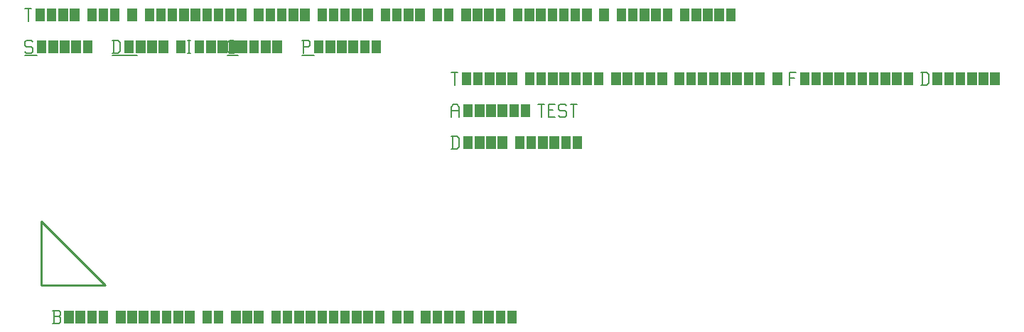
<source format=gbr>
G04 start of page 3 for group -1 layer_idx 268435461 *
G04 Title: outline layer triangle, <virtual group> *
G04 Creator: <version>
G04 CreationDate: <date>
G04 For: TEST *
G04 Format: Gerber/RS-274X *
G04 PCB-Dimensions: 50000 50000 *
G04 PCB-Coordinate-Origin: lower left *
%MOIN*%
%FSLAX25Y25*%
%LNLOGICAL_VIRTUAL_FAB_NONE*%
%ADD14C,0.0100*%
%ADD13C,0.0001*%
%ADD12C,0.0060*%
G54D12*X3000Y125000D02*X3750Y124250D01*
X750Y125000D02*X3000D01*
X0Y124250D02*X750Y125000D01*
X0Y124250D02*Y122750D01*
X750Y122000D01*
X3000D01*
X3750Y121250D01*
Y119750D01*
X3000Y119000D02*X3750Y119750D01*
X750Y119000D02*X3000D01*
X0Y119750D02*X750Y119000D01*
G54D13*G36*
X5550Y125000D02*X10050D01*
Y119000D01*
X5550D01*
Y125000D01*
G37*
G36*
X10950D02*X15450D01*
Y119000D01*
X10950D01*
Y125000D01*
G37*
G36*
X16350D02*X20850D01*
Y119000D01*
X16350D01*
Y125000D01*
G37*
G36*
X21750D02*X26250D01*
Y119000D01*
X21750D01*
Y125000D01*
G37*
G36*
X27150D02*X31650D01*
Y119000D01*
X27150D01*
Y125000D01*
G37*
G54D12*X0Y118000D02*X5550D01*
X41750Y125000D02*Y119000D01*
X43700Y125000D02*X44750Y123950D01*
Y120050D01*
X43700Y119000D02*X44750Y120050D01*
X41000Y119000D02*X43700D01*
X41000Y125000D02*X43700D01*
G54D13*G36*
X46550D02*X51050D01*
Y119000D01*
X46550D01*
Y125000D01*
G37*
G36*
X51950D02*X56450D01*
Y119000D01*
X51950D01*
Y125000D01*
G37*
G36*
X57350D02*X61850D01*
Y119000D01*
X57350D01*
Y125000D01*
G37*
G36*
X62750D02*X67250D01*
Y119000D01*
X62750D01*
Y125000D01*
G37*
G36*
X70850D02*X75350D01*
Y119000D01*
X70850D01*
Y125000D01*
G37*
G54D12*X76250D02*X77750D01*
X77000D02*Y119000D01*
X76250D02*X77750D01*
G54D13*G36*
X79550Y125000D02*X84050D01*
Y119000D01*
X79550D01*
Y125000D01*
G37*
G36*
X84950D02*X89450D01*
Y119000D01*
X84950D01*
Y125000D01*
G37*
G36*
X90350D02*X94850D01*
Y119000D01*
X90350D01*
Y125000D01*
G37*
G36*
X95750D02*X100250D01*
Y119000D01*
X95750D01*
Y125000D01*
G37*
G54D12*X41000Y118000D02*X52550D01*
X96050Y119000D02*X98000D01*
X95000Y120050D02*X96050Y119000D01*
X95000Y123950D02*Y120050D01*
Y123950D02*X96050Y125000D01*
X98000D01*
G54D13*G36*
X99800D02*X104300D01*
Y119000D01*
X99800D01*
Y125000D01*
G37*
G36*
X105200D02*X109700D01*
Y119000D01*
X105200D01*
Y125000D01*
G37*
G36*
X110600D02*X115100D01*
Y119000D01*
X110600D01*
Y125000D01*
G37*
G36*
X116000D02*X120500D01*
Y119000D01*
X116000D01*
Y125000D01*
G37*
G54D12*X95000Y118000D02*X99800D01*
X130750Y125000D02*Y119000D01*
X130000Y125000D02*X133000D01*
X133750Y124250D01*
Y122750D01*
X133000Y122000D02*X133750Y122750D01*
X130750Y122000D02*X133000D01*
G54D13*G36*
X135550Y125000D02*X140050D01*
Y119000D01*
X135550D01*
Y125000D01*
G37*
G36*
X140950D02*X145450D01*
Y119000D01*
X140950D01*
Y125000D01*
G37*
G36*
X146350D02*X150850D01*
Y119000D01*
X146350D01*
Y125000D01*
G37*
G36*
X151750D02*X156250D01*
Y119000D01*
X151750D01*
Y125000D01*
G37*
G36*
X157150D02*X161650D01*
Y119000D01*
X157150D01*
Y125000D01*
G37*
G36*
X162550D02*X167050D01*
Y119000D01*
X162550D01*
Y125000D01*
G37*
G54D12*X130000Y118000D02*X135550D01*
X0Y140000D02*X3000D01*
X1500D02*Y134000D01*
G54D13*G36*
X4800Y140000D02*X9300D01*
Y134000D01*
X4800D01*
Y140000D01*
G37*
G36*
X10200D02*X14700D01*
Y134000D01*
X10200D01*
Y140000D01*
G37*
G36*
X15600D02*X20100D01*
Y134000D01*
X15600D01*
Y140000D01*
G37*
G36*
X21000D02*X25500D01*
Y134000D01*
X21000D01*
Y140000D01*
G37*
G36*
X29100D02*X33600D01*
Y134000D01*
X29100D01*
Y140000D01*
G37*
G36*
X34500D02*X39000D01*
Y134000D01*
X34500D01*
Y140000D01*
G37*
G36*
X39900D02*X44400D01*
Y134000D01*
X39900D01*
Y140000D01*
G37*
G36*
X48000D02*X52500D01*
Y134000D01*
X48000D01*
Y140000D01*
G37*
G36*
X56100D02*X60600D01*
Y134000D01*
X56100D01*
Y140000D01*
G37*
G36*
X61500D02*X66000D01*
Y134000D01*
X61500D01*
Y140000D01*
G37*
G36*
X66900D02*X71400D01*
Y134000D01*
X66900D01*
Y140000D01*
G37*
G36*
X72300D02*X76800D01*
Y134000D01*
X72300D01*
Y140000D01*
G37*
G36*
X77700D02*X82200D01*
Y134000D01*
X77700D01*
Y140000D01*
G37*
G36*
X83100D02*X87600D01*
Y134000D01*
X83100D01*
Y140000D01*
G37*
G36*
X88500D02*X93000D01*
Y134000D01*
X88500D01*
Y140000D01*
G37*
G36*
X93900D02*X98400D01*
Y134000D01*
X93900D01*
Y140000D01*
G37*
G36*
X99300D02*X103800D01*
Y134000D01*
X99300D01*
Y140000D01*
G37*
G36*
X107400D02*X111900D01*
Y134000D01*
X107400D01*
Y140000D01*
G37*
G36*
X112800D02*X117300D01*
Y134000D01*
X112800D01*
Y140000D01*
G37*
G36*
X118200D02*X122700D01*
Y134000D01*
X118200D01*
Y140000D01*
G37*
G36*
X123600D02*X128100D01*
Y134000D01*
X123600D01*
Y140000D01*
G37*
G36*
X129000D02*X133500D01*
Y134000D01*
X129000D01*
Y140000D01*
G37*
G36*
X137100D02*X141600D01*
Y134000D01*
X137100D01*
Y140000D01*
G37*
G36*
X142500D02*X147000D01*
Y134000D01*
X142500D01*
Y140000D01*
G37*
G36*
X147900D02*X152400D01*
Y134000D01*
X147900D01*
Y140000D01*
G37*
G36*
X153300D02*X157800D01*
Y134000D01*
X153300D01*
Y140000D01*
G37*
G36*
X158700D02*X163200D01*
Y134000D01*
X158700D01*
Y140000D01*
G37*
G36*
X166800D02*X171300D01*
Y134000D01*
X166800D01*
Y140000D01*
G37*
G36*
X172200D02*X176700D01*
Y134000D01*
X172200D01*
Y140000D01*
G37*
G36*
X177600D02*X182100D01*
Y134000D01*
X177600D01*
Y140000D01*
G37*
G36*
X183000D02*X187500D01*
Y134000D01*
X183000D01*
Y140000D01*
G37*
G36*
X191100D02*X195600D01*
Y134000D01*
X191100D01*
Y140000D01*
G37*
G36*
X196500D02*X201000D01*
Y134000D01*
X196500D01*
Y140000D01*
G37*
G36*
X204600D02*X209100D01*
Y134000D01*
X204600D01*
Y140000D01*
G37*
G36*
X210000D02*X214500D01*
Y134000D01*
X210000D01*
Y140000D01*
G37*
G36*
X215400D02*X219900D01*
Y134000D01*
X215400D01*
Y140000D01*
G37*
G36*
X220800D02*X225300D01*
Y134000D01*
X220800D01*
Y140000D01*
G37*
G36*
X228900D02*X233400D01*
Y134000D01*
X228900D01*
Y140000D01*
G37*
G36*
X234300D02*X238800D01*
Y134000D01*
X234300D01*
Y140000D01*
G37*
G36*
X239700D02*X244200D01*
Y134000D01*
X239700D01*
Y140000D01*
G37*
G36*
X245100D02*X249600D01*
Y134000D01*
X245100D01*
Y140000D01*
G37*
G36*
X250500D02*X255000D01*
Y134000D01*
X250500D01*
Y140000D01*
G37*
G36*
X255900D02*X260400D01*
Y134000D01*
X255900D01*
Y140000D01*
G37*
G36*
X261300D02*X265800D01*
Y134000D01*
X261300D01*
Y140000D01*
G37*
G36*
X269400D02*X273900D01*
Y134000D01*
X269400D01*
Y140000D01*
G37*
G36*
X277500D02*X282000D01*
Y134000D01*
X277500D01*
Y140000D01*
G37*
G36*
X282900D02*X287400D01*
Y134000D01*
X282900D01*
Y140000D01*
G37*
G36*
X288300D02*X292800D01*
Y134000D01*
X288300D01*
Y140000D01*
G37*
G36*
X293700D02*X298200D01*
Y134000D01*
X293700D01*
Y140000D01*
G37*
G36*
X299100D02*X303600D01*
Y134000D01*
X299100D01*
Y140000D01*
G37*
G36*
X307200D02*X311700D01*
Y134000D01*
X307200D01*
Y140000D01*
G37*
G36*
X312600D02*X317100D01*
Y134000D01*
X312600D01*
Y140000D01*
G37*
G36*
X318000D02*X322500D01*
Y134000D01*
X318000D01*
Y140000D01*
G37*
G36*
X323400D02*X327900D01*
Y134000D01*
X323400D01*
Y140000D01*
G37*
G36*
X328800D02*X333300D01*
Y134000D01*
X328800D01*
Y140000D01*
G37*
G54D14*X7500Y40000D02*Y10000D01*
X37500D01*
X7500Y40000D01*
G54D12*X12775Y-8000D02*X15775D01*
X16525Y-7250D01*
Y-5450D02*Y-7250D01*
X15775Y-4700D02*X16525Y-5450D01*
X13525Y-4700D02*X15775D01*
X13525Y-2000D02*Y-8000D01*
X12775Y-2000D02*X15775D01*
X16525Y-2750D01*
Y-3950D01*
X15775Y-4700D02*X16525Y-3950D01*
G54D13*G36*
X18325Y-2000D02*X22825D01*
Y-8000D01*
X18325D01*
Y-2000D01*
G37*
G36*
X23725D02*X28225D01*
Y-8000D01*
X23725D01*
Y-2000D01*
G37*
G36*
X29125D02*X33625D01*
Y-8000D01*
X29125D01*
Y-2000D01*
G37*
G36*
X34525D02*X39025D01*
Y-8000D01*
X34525D01*
Y-2000D01*
G37*
G36*
X42625D02*X47125D01*
Y-8000D01*
X42625D01*
Y-2000D01*
G37*
G36*
X48025D02*X52525D01*
Y-8000D01*
X48025D01*
Y-2000D01*
G37*
G36*
X53425D02*X57925D01*
Y-8000D01*
X53425D01*
Y-2000D01*
G37*
G36*
X58825D02*X63325D01*
Y-8000D01*
X58825D01*
Y-2000D01*
G37*
G36*
X64225D02*X68725D01*
Y-8000D01*
X64225D01*
Y-2000D01*
G37*
G36*
X69625D02*X74125D01*
Y-8000D01*
X69625D01*
Y-2000D01*
G37*
G36*
X75025D02*X79525D01*
Y-8000D01*
X75025D01*
Y-2000D01*
G37*
G36*
X83125D02*X87625D01*
Y-8000D01*
X83125D01*
Y-2000D01*
G37*
G36*
X88525D02*X93025D01*
Y-8000D01*
X88525D01*
Y-2000D01*
G37*
G36*
X96625D02*X101125D01*
Y-8000D01*
X96625D01*
Y-2000D01*
G37*
G36*
X102025D02*X106525D01*
Y-8000D01*
X102025D01*
Y-2000D01*
G37*
G36*
X107425D02*X111925D01*
Y-8000D01*
X107425D01*
Y-2000D01*
G37*
G36*
X115525D02*X120025D01*
Y-8000D01*
X115525D01*
Y-2000D01*
G37*
G36*
X120925D02*X125425D01*
Y-8000D01*
X120925D01*
Y-2000D01*
G37*
G36*
X126325D02*X130825D01*
Y-8000D01*
X126325D01*
Y-2000D01*
G37*
G36*
X131725D02*X136225D01*
Y-8000D01*
X131725D01*
Y-2000D01*
G37*
G36*
X137125D02*X141625D01*
Y-8000D01*
X137125D01*
Y-2000D01*
G37*
G36*
X142525D02*X147025D01*
Y-8000D01*
X142525D01*
Y-2000D01*
G37*
G36*
X147925D02*X152425D01*
Y-8000D01*
X147925D01*
Y-2000D01*
G37*
G36*
X153325D02*X157825D01*
Y-8000D01*
X153325D01*
Y-2000D01*
G37*
G36*
X158725D02*X163225D01*
Y-8000D01*
X158725D01*
Y-2000D01*
G37*
G36*
X164125D02*X168625D01*
Y-8000D01*
X164125D01*
Y-2000D01*
G37*
G36*
X172225D02*X176725D01*
Y-8000D01*
X172225D01*
Y-2000D01*
G37*
G36*
X177625D02*X182125D01*
Y-8000D01*
X177625D01*
Y-2000D01*
G37*
G36*
X185725D02*X190225D01*
Y-8000D01*
X185725D01*
Y-2000D01*
G37*
G36*
X191125D02*X195625D01*
Y-8000D01*
X191125D01*
Y-2000D01*
G37*
G36*
X196525D02*X201025D01*
Y-8000D01*
X196525D01*
Y-2000D01*
G37*
G36*
X201925D02*X206425D01*
Y-8000D01*
X201925D01*
Y-2000D01*
G37*
G36*
X210025D02*X214525D01*
Y-8000D01*
X210025D01*
Y-2000D01*
G37*
G36*
X215425D02*X219925D01*
Y-8000D01*
X215425D01*
Y-2000D01*
G37*
G36*
X220825D02*X225325D01*
Y-8000D01*
X220825D01*
Y-2000D01*
G37*
G36*
X226225D02*X230725D01*
Y-8000D01*
X226225D01*
Y-2000D01*
G37*
G54D12*X200750Y80000D02*Y74000D01*
X202700Y80000D02*X203750Y78950D01*
Y75050D01*
X202700Y74000D02*X203750Y75050D01*
X200000Y74000D02*X202700D01*
X200000Y80000D02*X202700D01*
G54D13*G36*
X205550D02*X210050D01*
Y74000D01*
X205550D01*
Y80000D01*
G37*
G36*
X210950D02*X215450D01*
Y74000D01*
X210950D01*
Y80000D01*
G37*
G36*
X216350D02*X220850D01*
Y74000D01*
X216350D01*
Y80000D01*
G37*
G36*
X221750D02*X226250D01*
Y74000D01*
X221750D01*
Y80000D01*
G37*
G36*
X229850D02*X234350D01*
Y74000D01*
X229850D01*
Y80000D01*
G37*
G36*
X235250D02*X239750D01*
Y74000D01*
X235250D01*
Y80000D01*
G37*
G36*
X240650D02*X245150D01*
Y74000D01*
X240650D01*
Y80000D01*
G37*
G36*
X246050D02*X250550D01*
Y74000D01*
X246050D01*
Y80000D01*
G37*
G36*
X251450D02*X255950D01*
Y74000D01*
X251450D01*
Y80000D01*
G37*
G36*
X256850D02*X261350D01*
Y74000D01*
X256850D01*
Y80000D01*
G37*
G54D12*X200000Y93500D02*Y89000D01*
Y93500D02*X201050Y95000D01*
X202700D01*
X203750Y93500D01*
Y89000D01*
X200000Y92000D02*X203750D01*
G54D13*G36*
X205550Y95000D02*X210050D01*
Y89000D01*
X205550D01*
Y95000D01*
G37*
G36*
X210950D02*X215450D01*
Y89000D01*
X210950D01*
Y95000D01*
G37*
G36*
X216350D02*X220850D01*
Y89000D01*
X216350D01*
Y95000D01*
G37*
G36*
X221750D02*X226250D01*
Y89000D01*
X221750D01*
Y95000D01*
G37*
G36*
X227150D02*X231650D01*
Y89000D01*
X227150D01*
Y95000D01*
G37*
G36*
X232550D02*X237050D01*
Y89000D01*
X232550D01*
Y95000D01*
G37*
G54D12*X240650D02*X243650D01*
X242150D02*Y89000D01*
X245450Y92300D02*X247700D01*
X245450Y89000D02*X248450D01*
X245450Y95000D02*Y89000D01*
Y95000D02*X248450D01*
X253250D02*X254000Y94250D01*
X251000Y95000D02*X253250D01*
X250250Y94250D02*X251000Y95000D01*
X250250Y94250D02*Y92750D01*
X251000Y92000D01*
X253250D01*
X254000Y91250D01*
Y89750D01*
X253250Y89000D02*X254000Y89750D01*
X251000Y89000D02*X253250D01*
X250250Y89750D02*X251000Y89000D01*
X255800Y95000D02*X258800D01*
X257300D02*Y89000D01*
X200000Y110000D02*X203000D01*
X201500D02*Y104000D01*
G54D13*G36*
X204800Y110000D02*X209300D01*
Y104000D01*
X204800D01*
Y110000D01*
G37*
G36*
X210200D02*X214700D01*
Y104000D01*
X210200D01*
Y110000D01*
G37*
G36*
X215600D02*X220100D01*
Y104000D01*
X215600D01*
Y110000D01*
G37*
G36*
X221000D02*X225500D01*
Y104000D01*
X221000D01*
Y110000D01*
G37*
G36*
X226400D02*X230900D01*
Y104000D01*
X226400D01*
Y110000D01*
G37*
G36*
X234500D02*X239000D01*
Y104000D01*
X234500D01*
Y110000D01*
G37*
G36*
X239900D02*X244400D01*
Y104000D01*
X239900D01*
Y110000D01*
G37*
G36*
X245300D02*X249800D01*
Y104000D01*
X245300D01*
Y110000D01*
G37*
G36*
X250700D02*X255200D01*
Y104000D01*
X250700D01*
Y110000D01*
G37*
G36*
X256100D02*X260600D01*
Y104000D01*
X256100D01*
Y110000D01*
G37*
G36*
X261500D02*X266000D01*
Y104000D01*
X261500D01*
Y110000D01*
G37*
G36*
X266900D02*X271400D01*
Y104000D01*
X266900D01*
Y110000D01*
G37*
G36*
X275000D02*X279500D01*
Y104000D01*
X275000D01*
Y110000D01*
G37*
G36*
X280400D02*X284900D01*
Y104000D01*
X280400D01*
Y110000D01*
G37*
G36*
X285800D02*X290300D01*
Y104000D01*
X285800D01*
Y110000D01*
G37*
G36*
X291200D02*X295700D01*
Y104000D01*
X291200D01*
Y110000D01*
G37*
G36*
X296600D02*X301100D01*
Y104000D01*
X296600D01*
Y110000D01*
G37*
G36*
X304700D02*X309200D01*
Y104000D01*
X304700D01*
Y110000D01*
G37*
G36*
X310100D02*X314600D01*
Y104000D01*
X310100D01*
Y110000D01*
G37*
G36*
X315500D02*X320000D01*
Y104000D01*
X315500D01*
Y110000D01*
G37*
G36*
X320900D02*X325400D01*
Y104000D01*
X320900D01*
Y110000D01*
G37*
G36*
X326300D02*X330800D01*
Y104000D01*
X326300D01*
Y110000D01*
G37*
G36*
X331700D02*X336200D01*
Y104000D01*
X331700D01*
Y110000D01*
G37*
G36*
X337100D02*X341600D01*
Y104000D01*
X337100D01*
Y110000D01*
G37*
G36*
X342500D02*X347000D01*
Y104000D01*
X342500D01*
Y110000D01*
G37*
G36*
X350600D02*X355100D01*
Y104000D01*
X350600D01*
Y110000D01*
G37*
G54D12*X358700D02*Y104000D01*
Y110000D02*X361700D01*
X358700Y107300D02*X360950D01*
G54D13*G36*
X363500Y110000D02*X368000D01*
Y104000D01*
X363500D01*
Y110000D01*
G37*
G36*
X368900D02*X373400D01*
Y104000D01*
X368900D01*
Y110000D01*
G37*
G36*
X374300D02*X378800D01*
Y104000D01*
X374300D01*
Y110000D01*
G37*
G36*
X379700D02*X384200D01*
Y104000D01*
X379700D01*
Y110000D01*
G37*
G36*
X385100D02*X389600D01*
Y104000D01*
X385100D01*
Y110000D01*
G37*
G36*
X390500D02*X395000D01*
Y104000D01*
X390500D01*
Y110000D01*
G37*
G36*
X395900D02*X400400D01*
Y104000D01*
X395900D01*
Y110000D01*
G37*
G36*
X401300D02*X405800D01*
Y104000D01*
X401300D01*
Y110000D01*
G37*
G36*
X406700D02*X411200D01*
Y104000D01*
X406700D01*
Y110000D01*
G37*
G36*
X412100D02*X416600D01*
Y104000D01*
X412100D01*
Y110000D01*
G37*
G54D12*X420950D02*Y104000D01*
X422900Y110000D02*X423950Y108950D01*
Y105050D01*
X422900Y104000D02*X423950Y105050D01*
X420200Y104000D02*X422900D01*
X420200Y110000D02*X422900D01*
G54D13*G36*
X425750D02*X430250D01*
Y104000D01*
X425750D01*
Y110000D01*
G37*
G36*
X431150D02*X435650D01*
Y104000D01*
X431150D01*
Y110000D01*
G37*
G36*
X436550D02*X441050D01*
Y104000D01*
X436550D01*
Y110000D01*
G37*
G36*
X441950D02*X446450D01*
Y104000D01*
X441950D01*
Y110000D01*
G37*
G36*
X447350D02*X451850D01*
Y104000D01*
X447350D01*
Y110000D01*
G37*
G36*
X452750D02*X457250D01*
Y104000D01*
X452750D01*
Y110000D01*
G37*
M02*

</source>
